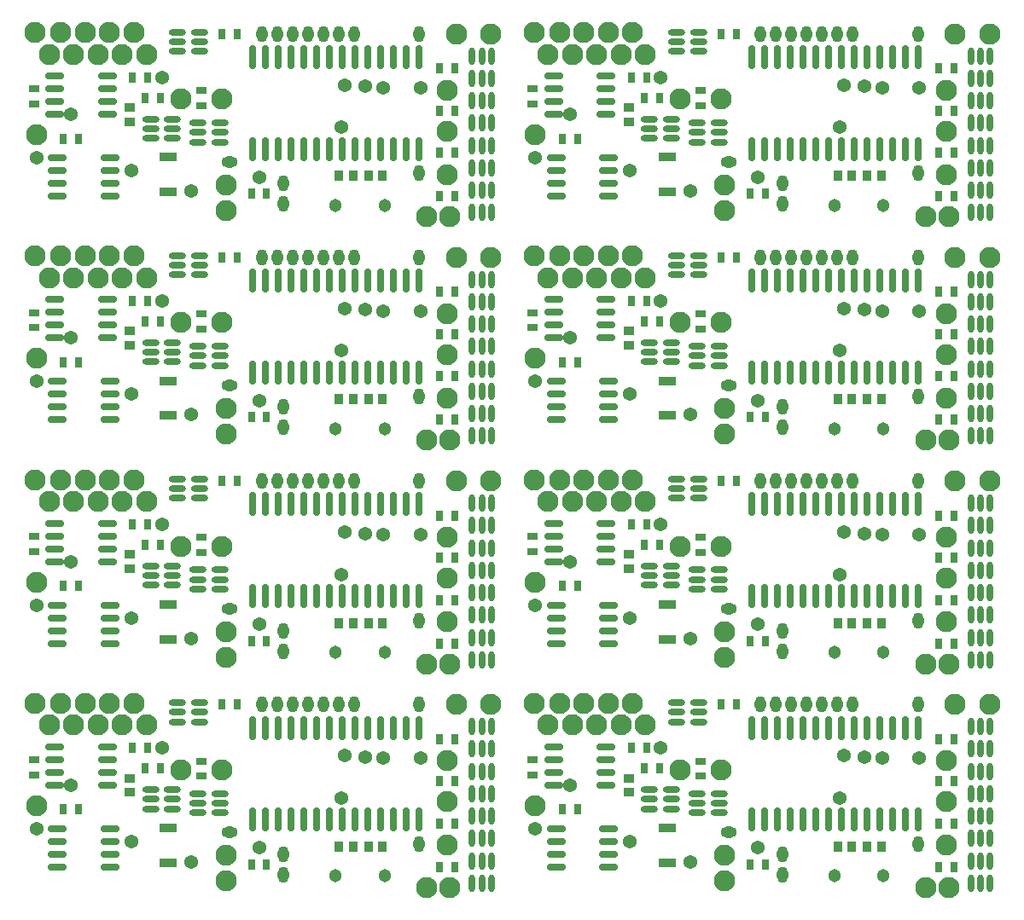
<source format=gts>
%FSLAX25Y25*%
%MOIN*%
G70*
G01*
G75*
G04 Layer_Color=8388736*
%ADD10O,0.02362X0.09055*%
%ADD11R,0.02756X0.03543*%
%ADD12O,0.01969X0.06299*%
%ADD13R,0.03150X0.03543*%
%ADD14R,0.06693X0.02953*%
%ADD15O,0.07087X0.02362*%
%ADD16R,0.03543X0.02756*%
%ADD17R,0.03543X0.03150*%
%ADD18O,0.06299X0.01969*%
%ADD19C,0.02000*%
%ADD20C,0.01000*%
%ADD21C,0.07874*%
%ADD22O,0.03937X0.05906*%
%ADD23C,0.04724*%
%ADD24O,0.05906X0.03937*%
%ADD25C,0.05000*%
%ADD26C,0.00984*%
%ADD27C,0.02362*%
%ADD28C,0.00787*%
%ADD29C,0.00600*%
%ADD30O,0.02762X0.09455*%
%ADD31R,0.03156X0.03943*%
%ADD32O,0.02369X0.06699*%
%ADD33R,0.03550X0.03943*%
%ADD34R,0.07093X0.03353*%
%ADD35O,0.07487X0.02762*%
%ADD36R,0.03943X0.03156*%
%ADD37R,0.03943X0.03550*%
%ADD38O,0.06699X0.02369*%
%ADD39C,0.08274*%
%ADD40O,0.04337X0.06306*%
%ADD41C,0.05124*%
%ADD42O,0.06306X0.04337*%
%ADD43C,0.05400*%
D30*
X91618Y33283D02*
D03*
X96618D02*
D03*
X101618D02*
D03*
X106618D02*
D03*
X111618D02*
D03*
X116618D02*
D03*
X121618D02*
D03*
X126618D02*
D03*
X131618D02*
D03*
X136618D02*
D03*
X141618D02*
D03*
X146618D02*
D03*
X151618D02*
D03*
X156618D02*
D03*
X91618Y69110D02*
D03*
X96618D02*
D03*
X101618D02*
D03*
X106618D02*
D03*
X111618D02*
D03*
X116618D02*
D03*
X121618D02*
D03*
X126618D02*
D03*
X131618D02*
D03*
X136618D02*
D03*
X141618D02*
D03*
X146618D02*
D03*
X151618D02*
D03*
X156618D02*
D03*
X286500Y33283D02*
D03*
X291500D02*
D03*
X296500D02*
D03*
X301500D02*
D03*
X306500D02*
D03*
X311500D02*
D03*
X316500D02*
D03*
X321500D02*
D03*
X326500D02*
D03*
X331500D02*
D03*
X336500D02*
D03*
X341500D02*
D03*
X346500D02*
D03*
X351500D02*
D03*
X286500Y69110D02*
D03*
X291500D02*
D03*
X296500D02*
D03*
X301500D02*
D03*
X306500D02*
D03*
X311500D02*
D03*
X316500D02*
D03*
X321500D02*
D03*
X326500D02*
D03*
X331500D02*
D03*
X336500D02*
D03*
X341500D02*
D03*
X346500D02*
D03*
X351500D02*
D03*
X91618Y120685D02*
D03*
X96618D02*
D03*
X101618D02*
D03*
X106618D02*
D03*
X111618D02*
D03*
X116618D02*
D03*
X121618D02*
D03*
X126618D02*
D03*
X131618D02*
D03*
X136618D02*
D03*
X141618D02*
D03*
X146618D02*
D03*
X151618D02*
D03*
X156618D02*
D03*
X91618Y156512D02*
D03*
X96618D02*
D03*
X101618D02*
D03*
X106618D02*
D03*
X111618D02*
D03*
X116618D02*
D03*
X121618D02*
D03*
X126618D02*
D03*
X131618D02*
D03*
X136618D02*
D03*
X141618D02*
D03*
X146618D02*
D03*
X151618D02*
D03*
X156618D02*
D03*
X286500Y120685D02*
D03*
X291500D02*
D03*
X296500D02*
D03*
X301500D02*
D03*
X306500D02*
D03*
X311500D02*
D03*
X316500D02*
D03*
X321500D02*
D03*
X326500D02*
D03*
X331500D02*
D03*
X336500D02*
D03*
X341500D02*
D03*
X346500D02*
D03*
X351500D02*
D03*
X286500Y156512D02*
D03*
X291500D02*
D03*
X296500D02*
D03*
X301500D02*
D03*
X306500D02*
D03*
X311500D02*
D03*
X316500D02*
D03*
X321500D02*
D03*
X326500D02*
D03*
X331500D02*
D03*
X336500D02*
D03*
X341500D02*
D03*
X346500D02*
D03*
X351500D02*
D03*
X91618Y208087D02*
D03*
X96618D02*
D03*
X101618D02*
D03*
X106618D02*
D03*
X111618D02*
D03*
X116618D02*
D03*
X121618D02*
D03*
X126618D02*
D03*
X131618D02*
D03*
X136618D02*
D03*
X141618D02*
D03*
X146618D02*
D03*
X151618D02*
D03*
X156618D02*
D03*
X91618Y243913D02*
D03*
X96618D02*
D03*
X101618D02*
D03*
X106618D02*
D03*
X111618D02*
D03*
X116618D02*
D03*
X121618D02*
D03*
X126618D02*
D03*
X131618D02*
D03*
X136618D02*
D03*
X141618D02*
D03*
X146618D02*
D03*
X151618D02*
D03*
X156618D02*
D03*
X286500Y208087D02*
D03*
X291500D02*
D03*
X296500D02*
D03*
X301500D02*
D03*
X306500D02*
D03*
X311500D02*
D03*
X316500D02*
D03*
X321500D02*
D03*
X326500D02*
D03*
X331500D02*
D03*
X336500D02*
D03*
X341500D02*
D03*
X346500D02*
D03*
X351500D02*
D03*
X286500Y243913D02*
D03*
X291500D02*
D03*
X296500D02*
D03*
X301500D02*
D03*
X306500D02*
D03*
X311500D02*
D03*
X316500D02*
D03*
X321500D02*
D03*
X326500D02*
D03*
X331500D02*
D03*
X336500D02*
D03*
X341500D02*
D03*
X346500D02*
D03*
X351500D02*
D03*
X91618Y295488D02*
D03*
X96618D02*
D03*
X101618D02*
D03*
X106618D02*
D03*
X111618D02*
D03*
X116618D02*
D03*
X121618D02*
D03*
X126618D02*
D03*
X131618D02*
D03*
X136618D02*
D03*
X141618D02*
D03*
X146618D02*
D03*
X151618D02*
D03*
X156618D02*
D03*
X91618Y331315D02*
D03*
X96618D02*
D03*
X101618D02*
D03*
X106618D02*
D03*
X111618D02*
D03*
X116618D02*
D03*
X121618D02*
D03*
X126618D02*
D03*
X131618D02*
D03*
X136618D02*
D03*
X141618D02*
D03*
X146618D02*
D03*
X151618D02*
D03*
X156618D02*
D03*
X286500Y295488D02*
D03*
X291500D02*
D03*
X296500D02*
D03*
X301500D02*
D03*
X306500D02*
D03*
X311500D02*
D03*
X316500D02*
D03*
X321500D02*
D03*
X326500D02*
D03*
X331500D02*
D03*
X336500D02*
D03*
X341500D02*
D03*
X346500D02*
D03*
X351500D02*
D03*
X286500Y331315D02*
D03*
X291500D02*
D03*
X296500D02*
D03*
X301500D02*
D03*
X306500D02*
D03*
X311500D02*
D03*
X316500D02*
D03*
X321500D02*
D03*
X326500D02*
D03*
X331500D02*
D03*
X336500D02*
D03*
X341500D02*
D03*
X346500D02*
D03*
X351500D02*
D03*
D31*
X85571Y78197D02*
D03*
X79665D02*
D03*
X164665Y64697D02*
D03*
X170571D02*
D03*
X164665Y48197D02*
D03*
X170571D02*
D03*
X170571Y14697D02*
D03*
X164665D02*
D03*
X170571Y31697D02*
D03*
X164665D02*
D03*
X97071Y15697D02*
D03*
X91165D02*
D03*
X17665Y37197D02*
D03*
X23571D02*
D03*
X44665Y61197D02*
D03*
X50571D02*
D03*
X49665Y53197D02*
D03*
X55571D02*
D03*
X280453Y78197D02*
D03*
X274547D02*
D03*
X359547Y64697D02*
D03*
X365453D02*
D03*
X359547Y48197D02*
D03*
X365453D02*
D03*
X365453Y14697D02*
D03*
X359547D02*
D03*
X365453Y31697D02*
D03*
X359547D02*
D03*
X291953Y15697D02*
D03*
X286047D02*
D03*
X212547Y37197D02*
D03*
X218453D02*
D03*
X239547Y61197D02*
D03*
X245453D02*
D03*
X244547Y53197D02*
D03*
X250453D02*
D03*
X85571Y165598D02*
D03*
X79665D02*
D03*
X164665Y152098D02*
D03*
X170571D02*
D03*
X164665Y135598D02*
D03*
X170571D02*
D03*
X170571Y102098D02*
D03*
X164665D02*
D03*
X170571Y119098D02*
D03*
X164665D02*
D03*
X97071Y103098D02*
D03*
X91165D02*
D03*
X17665Y124598D02*
D03*
X23571D02*
D03*
X44665Y148598D02*
D03*
X50571D02*
D03*
X49665Y140598D02*
D03*
X55571D02*
D03*
X280453Y165598D02*
D03*
X274547D02*
D03*
X359547Y152098D02*
D03*
X365453D02*
D03*
X359547Y135598D02*
D03*
X365453D02*
D03*
X365453Y102098D02*
D03*
X359547D02*
D03*
X365453Y119098D02*
D03*
X359547D02*
D03*
X291953Y103098D02*
D03*
X286047D02*
D03*
X212547Y124598D02*
D03*
X218453D02*
D03*
X239547Y148598D02*
D03*
X245453D02*
D03*
X244547Y140598D02*
D03*
X250453D02*
D03*
X85571Y253000D02*
D03*
X79665D02*
D03*
X164665Y239500D02*
D03*
X170571D02*
D03*
X164665Y223000D02*
D03*
X170571D02*
D03*
X170571Y189500D02*
D03*
X164665D02*
D03*
X170571Y206500D02*
D03*
X164665D02*
D03*
X97071Y190500D02*
D03*
X91165D02*
D03*
X17665Y212000D02*
D03*
X23571D02*
D03*
X44665Y236000D02*
D03*
X50571D02*
D03*
X49665Y228000D02*
D03*
X55571D02*
D03*
X280453Y253000D02*
D03*
X274547D02*
D03*
X359547Y239500D02*
D03*
X365453D02*
D03*
X359547Y223000D02*
D03*
X365453D02*
D03*
X365453Y189500D02*
D03*
X359547D02*
D03*
X365453Y206500D02*
D03*
X359547D02*
D03*
X291953Y190500D02*
D03*
X286047D02*
D03*
X212547Y212000D02*
D03*
X218453D02*
D03*
X239547Y236000D02*
D03*
X245453D02*
D03*
X244547Y228000D02*
D03*
X250453D02*
D03*
X85571Y340402D02*
D03*
X79665D02*
D03*
X164665Y326902D02*
D03*
X170571D02*
D03*
X164665Y310402D02*
D03*
X170571D02*
D03*
X170571Y276902D02*
D03*
X164665D02*
D03*
X170571Y293902D02*
D03*
X164665D02*
D03*
X97071Y277902D02*
D03*
X91165D02*
D03*
X17665Y299402D02*
D03*
X23571D02*
D03*
X44665Y323402D02*
D03*
X50571D02*
D03*
X49665Y315402D02*
D03*
X55571D02*
D03*
X280453Y340402D02*
D03*
X274547D02*
D03*
X359547Y326902D02*
D03*
X365453D02*
D03*
X359547Y310402D02*
D03*
X365453D02*
D03*
X365453Y276902D02*
D03*
X359547D02*
D03*
X365453Y293902D02*
D03*
X359547D02*
D03*
X291953Y277902D02*
D03*
X286047D02*
D03*
X212547Y299402D02*
D03*
X218453D02*
D03*
X239547Y323402D02*
D03*
X245453D02*
D03*
X244547Y315402D02*
D03*
X250453D02*
D03*
D32*
X184858Y69528D02*
D03*
X181118D02*
D03*
X177378D02*
D03*
X184858Y60866D02*
D03*
X181118D02*
D03*
X177378D02*
D03*
X184858Y17028D02*
D03*
X181118D02*
D03*
X177378D02*
D03*
X184858Y8366D02*
D03*
X181118D02*
D03*
X177378D02*
D03*
X184858Y34528D02*
D03*
X181118D02*
D03*
X177378D02*
D03*
X184858Y25866D02*
D03*
X181118D02*
D03*
X177378D02*
D03*
X184858Y52028D02*
D03*
X181118D02*
D03*
X177378D02*
D03*
X184858Y43366D02*
D03*
X181118D02*
D03*
X177378D02*
D03*
X379740Y69528D02*
D03*
X376000D02*
D03*
X372260D02*
D03*
X379740Y60866D02*
D03*
X376000D02*
D03*
X372260D02*
D03*
X379740Y17028D02*
D03*
X376000D02*
D03*
X372260D02*
D03*
X379740Y8366D02*
D03*
X376000D02*
D03*
X372260D02*
D03*
X379740Y34528D02*
D03*
X376000D02*
D03*
X372260D02*
D03*
X379740Y25866D02*
D03*
X376000D02*
D03*
X372260D02*
D03*
X379740Y52028D02*
D03*
X376000D02*
D03*
X372260D02*
D03*
X379740Y43366D02*
D03*
X376000D02*
D03*
X372260D02*
D03*
X184858Y156929D02*
D03*
X181118D02*
D03*
X177378D02*
D03*
X184858Y148268D02*
D03*
X181118D02*
D03*
X177378D02*
D03*
X184858Y104429D02*
D03*
X181118D02*
D03*
X177378D02*
D03*
X184858Y95768D02*
D03*
X181118D02*
D03*
X177378D02*
D03*
X184858Y121929D02*
D03*
X181118D02*
D03*
X177378D02*
D03*
X184858Y113268D02*
D03*
X181118D02*
D03*
X177378D02*
D03*
X184858Y139429D02*
D03*
X181118D02*
D03*
X177378D02*
D03*
X184858Y130768D02*
D03*
X181118D02*
D03*
X177378D02*
D03*
X379740Y156929D02*
D03*
X376000D02*
D03*
X372260D02*
D03*
X379740Y148268D02*
D03*
X376000D02*
D03*
X372260D02*
D03*
X379740Y104429D02*
D03*
X376000D02*
D03*
X372260D02*
D03*
X379740Y95768D02*
D03*
X376000D02*
D03*
X372260D02*
D03*
X379740Y121929D02*
D03*
X376000D02*
D03*
X372260D02*
D03*
X379740Y113268D02*
D03*
X376000D02*
D03*
X372260D02*
D03*
X379740Y139429D02*
D03*
X376000D02*
D03*
X372260D02*
D03*
X379740Y130768D02*
D03*
X376000D02*
D03*
X372260D02*
D03*
X184858Y244331D02*
D03*
X181118D02*
D03*
X177378D02*
D03*
X184858Y235669D02*
D03*
X181118D02*
D03*
X177378D02*
D03*
X184858Y191831D02*
D03*
X181118D02*
D03*
X177378D02*
D03*
X184858Y183169D02*
D03*
X181118D02*
D03*
X177378D02*
D03*
X184858Y209331D02*
D03*
X181118D02*
D03*
X177378D02*
D03*
X184858Y200669D02*
D03*
X181118D02*
D03*
X177378D02*
D03*
X184858Y226831D02*
D03*
X181118D02*
D03*
X177378D02*
D03*
X184858Y218169D02*
D03*
X181118D02*
D03*
X177378D02*
D03*
X379740Y244331D02*
D03*
X376000D02*
D03*
X372260D02*
D03*
X379740Y235669D02*
D03*
X376000D02*
D03*
X372260D02*
D03*
X379740Y191831D02*
D03*
X376000D02*
D03*
X372260D02*
D03*
X379740Y183169D02*
D03*
X376000D02*
D03*
X372260D02*
D03*
X379740Y209331D02*
D03*
X376000D02*
D03*
X372260D02*
D03*
X379740Y200669D02*
D03*
X376000D02*
D03*
X372260D02*
D03*
X379740Y226831D02*
D03*
X376000D02*
D03*
X372260D02*
D03*
X379740Y218169D02*
D03*
X376000D02*
D03*
X372260D02*
D03*
X184858Y331732D02*
D03*
X181118D02*
D03*
X177378D02*
D03*
X184858Y323071D02*
D03*
X181118D02*
D03*
X177378D02*
D03*
X184858Y279232D02*
D03*
X181118D02*
D03*
X177378D02*
D03*
X184858Y270571D02*
D03*
X181118D02*
D03*
X177378D02*
D03*
X184858Y296732D02*
D03*
X181118D02*
D03*
X177378D02*
D03*
X184858Y288071D02*
D03*
X181118D02*
D03*
X177378D02*
D03*
X184858Y314232D02*
D03*
X181118D02*
D03*
X177378D02*
D03*
X184858Y305571D02*
D03*
X181118D02*
D03*
X177378D02*
D03*
X379740Y331732D02*
D03*
X376000D02*
D03*
X372260D02*
D03*
X379740Y323071D02*
D03*
X376000D02*
D03*
X372260D02*
D03*
X379740Y279232D02*
D03*
X376000D02*
D03*
X372260D02*
D03*
X379740Y270571D02*
D03*
X376000D02*
D03*
X372260D02*
D03*
X379740Y296732D02*
D03*
X376000D02*
D03*
X372260D02*
D03*
X379740Y288071D02*
D03*
X376000D02*
D03*
X372260D02*
D03*
X379740Y314232D02*
D03*
X376000D02*
D03*
X372260D02*
D03*
X379740Y305571D02*
D03*
X376000D02*
D03*
X372260D02*
D03*
D33*
X136862Y22697D02*
D03*
X142374D02*
D03*
X130874Y22697D02*
D03*
X125362D02*
D03*
X331744Y22697D02*
D03*
X337256D02*
D03*
X325756Y22697D02*
D03*
X320244D02*
D03*
X136862Y110098D02*
D03*
X142374D02*
D03*
X130874Y110098D02*
D03*
X125362D02*
D03*
X331744Y110098D02*
D03*
X337256D02*
D03*
X325756Y110098D02*
D03*
X320244D02*
D03*
X136862Y197500D02*
D03*
X142374D02*
D03*
X130874Y197500D02*
D03*
X125362D02*
D03*
X331744Y197500D02*
D03*
X337256D02*
D03*
X325756Y197500D02*
D03*
X320244D02*
D03*
X136862Y284902D02*
D03*
X142374D02*
D03*
X130874Y284902D02*
D03*
X125362D02*
D03*
X331744Y284902D02*
D03*
X337256D02*
D03*
X325756Y284902D02*
D03*
X320244D02*
D03*
D34*
X58618Y29988D02*
D03*
Y16406D02*
D03*
X253500Y29988D02*
D03*
Y16406D02*
D03*
X58618Y117390D02*
D03*
Y103807D02*
D03*
X253500Y117390D02*
D03*
Y103807D02*
D03*
X58618Y204791D02*
D03*
Y191209D02*
D03*
X253500Y204791D02*
D03*
Y191209D02*
D03*
X58618Y292193D02*
D03*
Y278610D02*
D03*
X253500Y292193D02*
D03*
Y278610D02*
D03*
D35*
X15382Y29697D02*
D03*
Y24697D02*
D03*
Y19697D02*
D03*
Y14697D02*
D03*
X35854Y29697D02*
D03*
Y24697D02*
D03*
Y19697D02*
D03*
Y14697D02*
D03*
X34854Y46697D02*
D03*
Y51697D02*
D03*
Y56697D02*
D03*
Y61697D02*
D03*
X14382Y46697D02*
D03*
Y51697D02*
D03*
Y56697D02*
D03*
Y61697D02*
D03*
X210264Y29697D02*
D03*
Y24697D02*
D03*
Y19697D02*
D03*
Y14697D02*
D03*
X230736Y29697D02*
D03*
Y24697D02*
D03*
Y19697D02*
D03*
Y14697D02*
D03*
X229736Y46697D02*
D03*
Y51697D02*
D03*
Y56697D02*
D03*
Y61697D02*
D03*
X209264Y46697D02*
D03*
Y51697D02*
D03*
Y56697D02*
D03*
Y61697D02*
D03*
X15382Y117098D02*
D03*
Y112098D02*
D03*
Y107098D02*
D03*
Y102098D02*
D03*
X35854Y117098D02*
D03*
Y112098D02*
D03*
Y107098D02*
D03*
Y102098D02*
D03*
X34854Y134098D02*
D03*
Y139098D02*
D03*
Y144098D02*
D03*
Y149098D02*
D03*
X14382Y134098D02*
D03*
Y139098D02*
D03*
Y144098D02*
D03*
Y149098D02*
D03*
X210264Y117098D02*
D03*
Y112098D02*
D03*
Y107098D02*
D03*
Y102098D02*
D03*
X230736Y117098D02*
D03*
Y112098D02*
D03*
Y107098D02*
D03*
Y102098D02*
D03*
X229736Y134098D02*
D03*
Y139098D02*
D03*
Y144098D02*
D03*
Y149098D02*
D03*
X209264Y134098D02*
D03*
Y139098D02*
D03*
Y144098D02*
D03*
Y149098D02*
D03*
X15382Y204500D02*
D03*
Y199500D02*
D03*
Y194500D02*
D03*
Y189500D02*
D03*
X35854Y204500D02*
D03*
Y199500D02*
D03*
Y194500D02*
D03*
Y189500D02*
D03*
X34854Y221500D02*
D03*
Y226500D02*
D03*
Y231500D02*
D03*
Y236500D02*
D03*
X14382Y221500D02*
D03*
Y226500D02*
D03*
Y231500D02*
D03*
Y236500D02*
D03*
X210264Y204500D02*
D03*
Y199500D02*
D03*
Y194500D02*
D03*
Y189500D02*
D03*
X230736Y204500D02*
D03*
Y199500D02*
D03*
Y194500D02*
D03*
Y189500D02*
D03*
X229736Y221500D02*
D03*
Y226500D02*
D03*
Y231500D02*
D03*
Y236500D02*
D03*
X209264Y221500D02*
D03*
Y226500D02*
D03*
Y231500D02*
D03*
Y236500D02*
D03*
X15382Y291902D02*
D03*
Y286902D02*
D03*
Y281902D02*
D03*
Y276902D02*
D03*
X35854Y291902D02*
D03*
Y286902D02*
D03*
Y281902D02*
D03*
Y276902D02*
D03*
X34854Y308902D02*
D03*
Y313902D02*
D03*
Y318902D02*
D03*
Y323902D02*
D03*
X14382Y308902D02*
D03*
Y313902D02*
D03*
Y318902D02*
D03*
Y323902D02*
D03*
X210264Y291902D02*
D03*
Y286902D02*
D03*
Y281902D02*
D03*
Y276902D02*
D03*
X230736Y291902D02*
D03*
Y286902D02*
D03*
Y281902D02*
D03*
Y276902D02*
D03*
X229736Y308902D02*
D03*
Y313902D02*
D03*
Y318902D02*
D03*
Y323902D02*
D03*
X209264Y308902D02*
D03*
Y313902D02*
D03*
Y318902D02*
D03*
Y323902D02*
D03*
D36*
X6118Y56650D02*
D03*
Y50744D02*
D03*
X71618Y56150D02*
D03*
Y50244D02*
D03*
X201000Y56650D02*
D03*
Y50744D02*
D03*
X266500Y56150D02*
D03*
Y50244D02*
D03*
X6118Y144051D02*
D03*
Y138146D02*
D03*
X71618Y143551D02*
D03*
Y137646D02*
D03*
X201000Y144051D02*
D03*
Y138146D02*
D03*
X266500Y143551D02*
D03*
Y137646D02*
D03*
X6118Y231453D02*
D03*
Y225547D02*
D03*
X71618Y230953D02*
D03*
Y225047D02*
D03*
X201000Y231453D02*
D03*
Y225547D02*
D03*
X266500Y230953D02*
D03*
Y225047D02*
D03*
X6118Y318854D02*
D03*
Y312949D02*
D03*
X71618Y318354D02*
D03*
Y312449D02*
D03*
X201000Y318854D02*
D03*
Y312949D02*
D03*
X266500Y318354D02*
D03*
Y312449D02*
D03*
D37*
X43618Y49453D02*
D03*
Y43941D02*
D03*
X238500Y49453D02*
D03*
Y43941D02*
D03*
X43618Y136854D02*
D03*
Y131342D02*
D03*
X238500Y136854D02*
D03*
Y131342D02*
D03*
X43618Y224256D02*
D03*
Y218744D02*
D03*
X238500Y224256D02*
D03*
Y218744D02*
D03*
X43618Y311658D02*
D03*
Y306146D02*
D03*
X238500Y311658D02*
D03*
Y306146D02*
D03*
D38*
X60449Y37457D02*
D03*
Y41197D02*
D03*
Y44937D02*
D03*
X51787Y37457D02*
D03*
Y41197D02*
D03*
Y44937D02*
D03*
X62287Y78937D02*
D03*
Y75197D02*
D03*
Y71457D02*
D03*
X70949Y78937D02*
D03*
Y75197D02*
D03*
Y71457D02*
D03*
X78949Y35957D02*
D03*
Y39697D02*
D03*
Y43437D02*
D03*
X70287Y35957D02*
D03*
Y39697D02*
D03*
Y43437D02*
D03*
X255331Y37457D02*
D03*
Y41197D02*
D03*
Y44937D02*
D03*
X246669Y37457D02*
D03*
Y41197D02*
D03*
Y44937D02*
D03*
X257169Y78937D02*
D03*
Y75197D02*
D03*
Y71457D02*
D03*
X265831Y78937D02*
D03*
Y75197D02*
D03*
Y71457D02*
D03*
X273831Y35957D02*
D03*
Y39697D02*
D03*
Y43437D02*
D03*
X265169Y35957D02*
D03*
Y39697D02*
D03*
Y43437D02*
D03*
X60449Y124858D02*
D03*
Y128598D02*
D03*
Y132339D02*
D03*
X51787Y124858D02*
D03*
Y128598D02*
D03*
Y132339D02*
D03*
X62287Y166339D02*
D03*
Y162598D02*
D03*
Y158858D02*
D03*
X70949Y166339D02*
D03*
Y162598D02*
D03*
Y158858D02*
D03*
X78949Y123358D02*
D03*
Y127098D02*
D03*
Y130839D02*
D03*
X70287Y123358D02*
D03*
Y127098D02*
D03*
Y130839D02*
D03*
X255331Y124858D02*
D03*
Y128598D02*
D03*
Y132339D02*
D03*
X246669Y124858D02*
D03*
Y128598D02*
D03*
Y132339D02*
D03*
X257169Y166339D02*
D03*
Y162598D02*
D03*
Y158858D02*
D03*
X265831Y166339D02*
D03*
Y162598D02*
D03*
Y158858D02*
D03*
X273831Y123358D02*
D03*
Y127098D02*
D03*
Y130839D02*
D03*
X265169Y123358D02*
D03*
Y127098D02*
D03*
Y130839D02*
D03*
X60449Y212260D02*
D03*
Y216000D02*
D03*
Y219740D02*
D03*
X51787Y212260D02*
D03*
Y216000D02*
D03*
Y219740D02*
D03*
X62287Y253740D02*
D03*
Y250000D02*
D03*
Y246260D02*
D03*
X70949Y253740D02*
D03*
Y250000D02*
D03*
Y246260D02*
D03*
X78949Y210760D02*
D03*
Y214500D02*
D03*
Y218240D02*
D03*
X70287Y210760D02*
D03*
Y214500D02*
D03*
Y218240D02*
D03*
X255331Y212260D02*
D03*
Y216000D02*
D03*
Y219740D02*
D03*
X246669Y212260D02*
D03*
Y216000D02*
D03*
Y219740D02*
D03*
X257169Y253740D02*
D03*
Y250000D02*
D03*
Y246260D02*
D03*
X265831Y253740D02*
D03*
Y250000D02*
D03*
Y246260D02*
D03*
X273831Y210760D02*
D03*
Y214500D02*
D03*
Y218240D02*
D03*
X265169Y210760D02*
D03*
Y214500D02*
D03*
Y218240D02*
D03*
X60449Y299661D02*
D03*
Y303402D02*
D03*
Y307142D02*
D03*
X51787Y299661D02*
D03*
Y303402D02*
D03*
Y307142D02*
D03*
X62287Y341142D02*
D03*
Y337402D02*
D03*
Y333661D02*
D03*
X70949Y341142D02*
D03*
Y337402D02*
D03*
Y333661D02*
D03*
X78949Y298161D02*
D03*
Y301902D02*
D03*
Y305642D02*
D03*
X70287Y298161D02*
D03*
Y301902D02*
D03*
Y305642D02*
D03*
X255331Y299661D02*
D03*
Y303402D02*
D03*
Y307142D02*
D03*
X246669Y299661D02*
D03*
Y303402D02*
D03*
Y307142D02*
D03*
X257169Y341142D02*
D03*
Y337402D02*
D03*
Y333661D02*
D03*
X265831Y341142D02*
D03*
Y337402D02*
D03*
Y333661D02*
D03*
X273831Y298161D02*
D03*
Y301902D02*
D03*
Y305642D02*
D03*
X265169Y298161D02*
D03*
Y301902D02*
D03*
Y305642D02*
D03*
D39*
X6618Y78697D02*
D03*
X26118D02*
D03*
X171118Y78197D02*
D03*
X184618D02*
D03*
X167618Y56197D02*
D03*
Y40197D02*
D03*
Y23197D02*
D03*
X81118Y9197D02*
D03*
X159618Y6707D02*
D03*
X168618Y6697D02*
D03*
X81118Y19197D02*
D03*
X63618Y52697D02*
D03*
X79618D02*
D03*
X50118Y70197D02*
D03*
X45118Y78697D02*
D03*
X35618D02*
D03*
X16618D02*
D03*
X12118Y70197D02*
D03*
X21618D02*
D03*
X31118D02*
D03*
X40618D02*
D03*
X7118Y38697D02*
D03*
X201500Y78697D02*
D03*
X221000D02*
D03*
X366000Y78197D02*
D03*
X379500D02*
D03*
X362500Y56197D02*
D03*
Y40197D02*
D03*
Y23197D02*
D03*
X276000Y9197D02*
D03*
X354500Y6707D02*
D03*
X363500Y6697D02*
D03*
X276000Y19197D02*
D03*
X258500Y52697D02*
D03*
X274500D02*
D03*
X245000Y70197D02*
D03*
X240000Y78697D02*
D03*
X230500D02*
D03*
X211500D02*
D03*
X207000Y70197D02*
D03*
X216500D02*
D03*
X226000D02*
D03*
X235500D02*
D03*
X202000Y38697D02*
D03*
X6618Y166098D02*
D03*
X26118D02*
D03*
X171118Y165598D02*
D03*
X184618D02*
D03*
X167618Y143598D02*
D03*
Y127598D02*
D03*
Y110598D02*
D03*
X81118Y96598D02*
D03*
X159618Y94109D02*
D03*
X168618Y94098D02*
D03*
X81118Y106598D02*
D03*
X63618Y140098D02*
D03*
X79618D02*
D03*
X50118Y157598D02*
D03*
X45118Y166098D02*
D03*
X35618D02*
D03*
X16618D02*
D03*
X12118Y157598D02*
D03*
X21618D02*
D03*
X31118D02*
D03*
X40618D02*
D03*
X7118Y126098D02*
D03*
X201500Y166098D02*
D03*
X221000D02*
D03*
X366000Y165598D02*
D03*
X379500D02*
D03*
X362500Y143598D02*
D03*
Y127598D02*
D03*
Y110598D02*
D03*
X276000Y96598D02*
D03*
X354500Y94109D02*
D03*
X363500Y94098D02*
D03*
X276000Y106598D02*
D03*
X258500Y140098D02*
D03*
X274500D02*
D03*
X245000Y157598D02*
D03*
X240000Y166098D02*
D03*
X230500D02*
D03*
X211500D02*
D03*
X207000Y157598D02*
D03*
X216500D02*
D03*
X226000D02*
D03*
X235500D02*
D03*
X202000Y126098D02*
D03*
X6618Y253500D02*
D03*
X26118D02*
D03*
X171118Y253000D02*
D03*
X184618D02*
D03*
X167618Y231000D02*
D03*
Y215000D02*
D03*
Y198000D02*
D03*
X81118Y184000D02*
D03*
X159618Y181510D02*
D03*
X168618Y181500D02*
D03*
X81118Y194000D02*
D03*
X63618Y227500D02*
D03*
X79618D02*
D03*
X50118Y245000D02*
D03*
X45118Y253500D02*
D03*
X35618D02*
D03*
X16618D02*
D03*
X12118Y245000D02*
D03*
X21618D02*
D03*
X31118D02*
D03*
X40618D02*
D03*
X7118Y213500D02*
D03*
X201500Y253500D02*
D03*
X221000D02*
D03*
X366000Y253000D02*
D03*
X379500D02*
D03*
X362500Y231000D02*
D03*
Y215000D02*
D03*
Y198000D02*
D03*
X276000Y184000D02*
D03*
X354500Y181510D02*
D03*
X363500Y181500D02*
D03*
X276000Y194000D02*
D03*
X258500Y227500D02*
D03*
X274500D02*
D03*
X245000Y245000D02*
D03*
X240000Y253500D02*
D03*
X230500D02*
D03*
X211500D02*
D03*
X207000Y245000D02*
D03*
X216500D02*
D03*
X226000D02*
D03*
X235500D02*
D03*
X202000Y213500D02*
D03*
X6618Y340902D02*
D03*
X26118D02*
D03*
X171118Y340402D02*
D03*
X184618D02*
D03*
X167618Y318402D02*
D03*
Y302402D02*
D03*
Y285402D02*
D03*
X81118Y271402D02*
D03*
X159618Y268912D02*
D03*
X168618Y268902D02*
D03*
X81118Y281402D02*
D03*
X63618Y314902D02*
D03*
X79618D02*
D03*
X50118Y332402D02*
D03*
X45118Y340902D02*
D03*
X35618D02*
D03*
X16618D02*
D03*
X12118Y332402D02*
D03*
X21618D02*
D03*
X31118D02*
D03*
X40618D02*
D03*
X7118Y300902D02*
D03*
X201500Y340902D02*
D03*
X221000D02*
D03*
X366000Y340402D02*
D03*
X379500D02*
D03*
X362500Y318402D02*
D03*
Y302402D02*
D03*
Y285402D02*
D03*
X276000Y271402D02*
D03*
X354500Y268912D02*
D03*
X363500Y268902D02*
D03*
X276000Y281402D02*
D03*
X258500Y314902D02*
D03*
X274500D02*
D03*
X245000Y332402D02*
D03*
X240000Y340902D02*
D03*
X230500D02*
D03*
X211500D02*
D03*
X207000Y332402D02*
D03*
X216500D02*
D03*
X226000D02*
D03*
X235500D02*
D03*
X202000Y300902D02*
D03*
D40*
X156618Y78197D02*
D03*
X131118D02*
D03*
X125118D02*
D03*
X119118D02*
D03*
X113118D02*
D03*
X107118D02*
D03*
X101118D02*
D03*
X95118D02*
D03*
X156618Y23697D02*
D03*
X103618Y11697D02*
D03*
Y19697D02*
D03*
X351500Y78197D02*
D03*
X326000D02*
D03*
X320000D02*
D03*
X314000D02*
D03*
X308000D02*
D03*
X302000D02*
D03*
X296000D02*
D03*
X290000D02*
D03*
X351500Y23697D02*
D03*
X298500Y11697D02*
D03*
Y19697D02*
D03*
X156618Y165598D02*
D03*
X131118D02*
D03*
X125118D02*
D03*
X119118D02*
D03*
X113118D02*
D03*
X107118D02*
D03*
X101118D02*
D03*
X95118D02*
D03*
X156618Y111098D02*
D03*
X103618Y99098D02*
D03*
Y107098D02*
D03*
X351500Y165598D02*
D03*
X326000D02*
D03*
X320000D02*
D03*
X314000D02*
D03*
X308000D02*
D03*
X302000D02*
D03*
X296000D02*
D03*
X290000D02*
D03*
X351500Y111098D02*
D03*
X298500Y99098D02*
D03*
Y107098D02*
D03*
X156618Y253000D02*
D03*
X131118D02*
D03*
X125118D02*
D03*
X119118D02*
D03*
X113118D02*
D03*
X107118D02*
D03*
X101118D02*
D03*
X95118D02*
D03*
X156618Y198500D02*
D03*
X103618Y186500D02*
D03*
Y194500D02*
D03*
X351500Y253000D02*
D03*
X326000D02*
D03*
X320000D02*
D03*
X314000D02*
D03*
X308000D02*
D03*
X302000D02*
D03*
X296000D02*
D03*
X290000D02*
D03*
X351500Y198500D02*
D03*
X298500Y186500D02*
D03*
Y194500D02*
D03*
X156618Y340402D02*
D03*
X131118D02*
D03*
X125118D02*
D03*
X119118D02*
D03*
X113118D02*
D03*
X107118D02*
D03*
X101118D02*
D03*
X95118D02*
D03*
X156618Y285902D02*
D03*
X103618Y273902D02*
D03*
Y281902D02*
D03*
X351500Y340402D02*
D03*
X326000D02*
D03*
X320000D02*
D03*
X314000D02*
D03*
X308000D02*
D03*
X302000D02*
D03*
X296000D02*
D03*
X290000D02*
D03*
X351500Y285902D02*
D03*
X298500Y273902D02*
D03*
Y281902D02*
D03*
D41*
X123906Y11197D02*
D03*
X143118D02*
D03*
X318787D02*
D03*
X338000D02*
D03*
X123906Y98598D02*
D03*
X143118D02*
D03*
X318787D02*
D03*
X338000D02*
D03*
X123906Y186000D02*
D03*
X143118D02*
D03*
X318787D02*
D03*
X338000D02*
D03*
X123906Y273402D02*
D03*
X143118D02*
D03*
X318787D02*
D03*
X338000D02*
D03*
D42*
X82618Y28197D02*
D03*
X277500D02*
D03*
X82618Y115598D02*
D03*
X277500D02*
D03*
X82618Y203000D02*
D03*
X277500D02*
D03*
X82618Y290402D02*
D03*
X277500D02*
D03*
D43*
X157118Y57197D02*
D03*
X142618D02*
D03*
X135618Y57697D02*
D03*
X7118Y29697D02*
D03*
X67618Y16697D02*
D03*
X94118Y22197D02*
D03*
X20618Y46697D02*
D03*
X127618Y58197D02*
D03*
X126118Y41697D02*
D03*
X44118Y24697D02*
D03*
X56118Y61197D02*
D03*
X352000Y57197D02*
D03*
X337500D02*
D03*
X330500Y57697D02*
D03*
X202000Y29697D02*
D03*
X262500Y16697D02*
D03*
X289000Y22197D02*
D03*
X215500Y46697D02*
D03*
X322500Y58197D02*
D03*
X321000Y41697D02*
D03*
X239000Y24697D02*
D03*
X251000Y61197D02*
D03*
X157118Y144598D02*
D03*
X142618D02*
D03*
X135618Y145098D02*
D03*
X7118Y117098D02*
D03*
X67618Y104098D02*
D03*
X94118Y109598D02*
D03*
X20618Y134098D02*
D03*
X127618Y145598D02*
D03*
X126118Y129098D02*
D03*
X44118Y112098D02*
D03*
X56118Y148598D02*
D03*
X352000Y144598D02*
D03*
X337500D02*
D03*
X330500Y145098D02*
D03*
X202000Y117098D02*
D03*
X262500Y104098D02*
D03*
X289000Y109598D02*
D03*
X215500Y134098D02*
D03*
X322500Y145598D02*
D03*
X321000Y129098D02*
D03*
X239000Y112098D02*
D03*
X251000Y148598D02*
D03*
X157118Y232000D02*
D03*
X142618D02*
D03*
X135618Y232500D02*
D03*
X7118Y204500D02*
D03*
X67618Y191500D02*
D03*
X94118Y197000D02*
D03*
X20618Y221500D02*
D03*
X127618Y233000D02*
D03*
X126118Y216500D02*
D03*
X44118Y199500D02*
D03*
X56118Y236000D02*
D03*
X352000Y232000D02*
D03*
X337500D02*
D03*
X330500Y232500D02*
D03*
X202000Y204500D02*
D03*
X262500Y191500D02*
D03*
X289000Y197000D02*
D03*
X215500Y221500D02*
D03*
X322500Y233000D02*
D03*
X321000Y216500D02*
D03*
X239000Y199500D02*
D03*
X251000Y236000D02*
D03*
X157118Y319402D02*
D03*
X142618D02*
D03*
X135618Y319902D02*
D03*
X7118Y291902D02*
D03*
X67618Y278902D02*
D03*
X94118Y284402D02*
D03*
X20618Y308902D02*
D03*
X127618Y320402D02*
D03*
X126118Y303902D02*
D03*
X44118Y286902D02*
D03*
X56118Y323402D02*
D03*
X352000Y319402D02*
D03*
X337500D02*
D03*
X330500Y319902D02*
D03*
X202000Y291902D02*
D03*
X262500Y278902D02*
D03*
X289000Y284402D02*
D03*
X215500Y308902D02*
D03*
X322500Y320402D02*
D03*
X321000Y303902D02*
D03*
X239000Y286902D02*
D03*
X251000Y323402D02*
D03*
M02*

</source>
